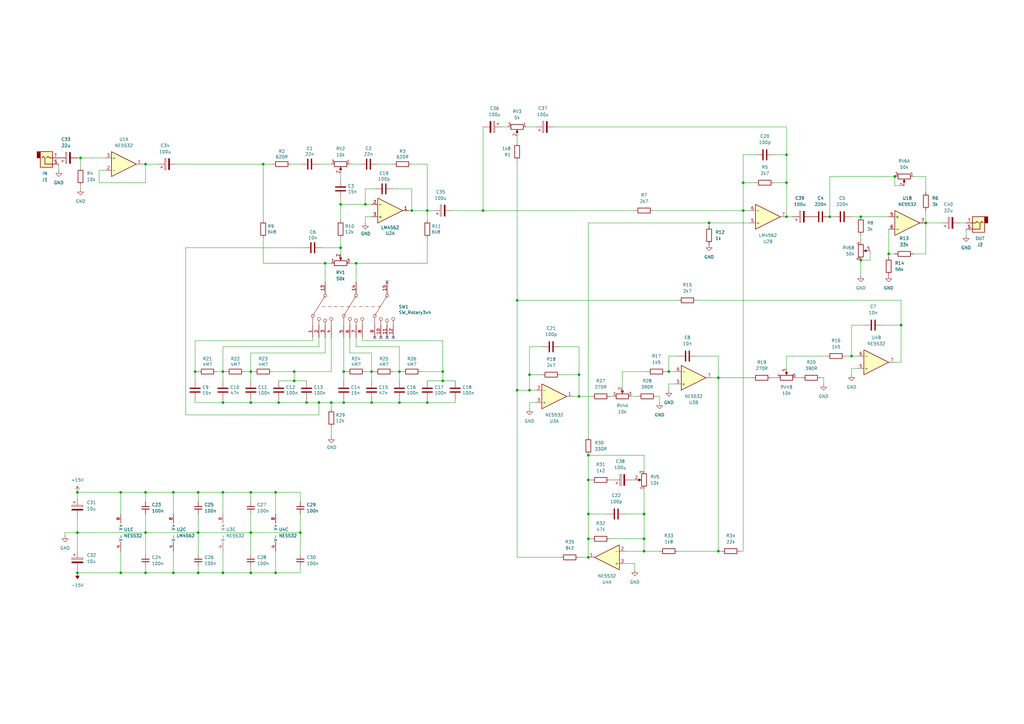
<source format=kicad_sch>
(kicad_sch (version 20230121) (generator eeschema)
  (paper "A3")
  (title_block (title "NYAN EQ") (date "2023-12-11") (rev "01") (company "Greybox Audio") (comment 2 "http://creativecommons.org/licenses/by-sa/4.0/") (comment 3 "To view a copy of this license, visit") (comment 4 "NYAN EQ © 2023 by Greybox Audio is licensed under CC BY-SA 4.0."))
  (junction (at 123.19 218.44))
  (junction (at 102.87 165.1))
  (junction (at 163.83 165.1))
  (junction (at 140.97 165.1))
  (junction (at 304.8 74.93))
  (junction (at 163.83 152.4))
  (junction (at 81.28 234.95))
  (junction (at 80.01 152.4))
  (junction (at 149.86 83.82))
  (junction (at 353.06 88.9))
  (junction (at 91.44 152.4))
  (junction (at 364.49 104.14))
  (junction (at 91.44 165.1))
  (junction (at 237.49 153.67))
  (junction (at 59.69 201.93))
  (junction (at 304.8 86.36))
  (junction (at 322.58 74.93))
  (junction (at 168.91 86.36))
  (junction (at 139.7 101.6))
  (junction (at 353.06 106.68))
  (junction (at 71.12 234.95))
  (junction (at 217.17 160.02))
  (junction (at 102.87 201.93))
  (junction (at 322.58 63.5))
  (junction (at 133.35 107.95))
  (junction (at 198.12 86.36))
  (junction (at 81.28 201.93))
  (junction (at 264.16 210.82))
  (junction (at 113.03 201.93))
  (junction (at 135.89 165.1))
  (junction (at 120.65 156.21))
  (junction (at 181.61 156.21))
  (junction (at 59.69 234.95))
  (junction (at 49.53 201.93))
  (junction (at 102.87 218.44))
  (junction (at 340.36 88.9))
  (junction (at 241.3 220.98))
  (junction (at 33.02 64.77))
  (junction (at 264.16 226.06))
  (junction (at 322.58 88.9))
  (junction (at 241.3 228.6))
  (junction (at 102.87 152.4))
  (junction (at 241.3 196.85))
  (junction (at 175.26 86.36))
  (junction (at 91.44 201.93))
  (junction (at 130.81 165.1))
  (junction (at 152.4 152.4))
  (junction (at 290.83 91.44))
  (junction (at 294.64 226.06))
  (junction (at 369.57 133.35))
  (junction (at 31.75 234.95))
  (junction (at 379.73 91.44))
  (junction (at 367.03 72.39))
  (junction (at 241.3 210.82))
  (junction (at 217.17 153.67))
  (junction (at 294.64 154.94))
  (junction (at 140.97 152.4))
  (junction (at 212.09 160.02))
  (junction (at 146.05 107.95))
  (junction (at 107.95 67.31))
  (junction (at 274.32 152.4))
  (junction (at 125.73 165.1))
  (junction (at 113.03 234.95))
  (junction (at 71.12 201.93))
  (junction (at 139.7 83.82))
  (junction (at 120.65 152.4))
  (junction (at 114.3 165.1))
  (junction (at 152.4 165.1))
  (junction (at 81.28 218.44))
  (junction (at 241.3 186.69))
  (junction (at 31.75 218.44))
  (junction (at 181.61 152.4))
  (junction (at 59.69 67.31))
  (junction (at 91.44 234.95))
  (junction (at 212.09 123.19))
  (junction (at 175.26 165.1))
  (junction (at 349.25 146.05))
  (junction (at 49.53 234.95))
  (junction (at 264.16 220.98))
  (junction (at 237.49 162.56))
  (junction (at 31.75 201.93))
  (junction (at 102.87 234.95))
  (junction (at 59.69 218.44))
  (no_connect (at 156.21 138.43))
  (no_connect (at 153.67 138.43))
  (no_connect (at 161.29 138.43))
  (no_connect (at 158.75 115.57))
  (no_connect (at 158.75 138.43))
  (wire (pts (xy 316.23 154.94) (xy 318.77 154.94)))
  (wire (pts (xy 130.81 165.1) (xy 135.89 165.1)))
  (wire (pts (xy 40.64 69.85) (xy 40.64 74.93)))
  (wire (pts (xy 396.24 93.98) (xy 396.24 96.52)))
  (wire (pts (xy 59.69 67.31) (xy 64.77 67.31)))
  (wire (pts (xy 91.44 152.4) (xy 92.71 152.4)))
  (wire (pts (xy 80.01 139.7) (xy 80.01 152.4)))
  (wire (pts (xy 33.02 64.77) (xy 33.02 68.58)))
  (wire (pts (xy 146.05 107.95) (xy 175.26 107.95)))
  (wire (pts (xy 198.12 52.07) (xy 198.12 86.36)))
  (wire (pts (xy 152.4 88.9) (xy 149.86 88.9)))
  (wire (pts (xy 133.35 138.43) (xy 133.35 144.78)))
  (wire (pts (xy 217.17 165.1) (xy 217.17 167.64)))
  (wire (pts (xy 163.83 142.24) (xy 146.05 142.24)))
  (wire (pts (xy 273.05 152.4) (xy 274.32 152.4)))
  (wire (pts (xy 59.69 67.31) (xy 58.42 67.31)))
  (wire (pts (xy 250.19 220.98) (xy 264.16 220.98)))
  (wire (pts (xy 241.3 220.98) (xy 241.3 228.6)))
  (wire (pts (xy 175.26 86.36) (xy 177.8 86.36)))
  (wire (pts (xy 264.16 200.66) (xy 264.16 210.82)))
  (wire (pts (xy 264.16 226.06) (xy 270.51 226.06)))
  (wire (pts (xy 128.27 138.43) (xy 128.27 139.7)))
  (wire (pts (xy 290.83 91.44) (xy 307.34 91.44)))
  (wire (pts (xy 322.58 63.5) (xy 317.5 63.5)))
  (wire (pts (xy 212.09 160.02) (xy 212.09 228.6)))
  (wire (pts (xy 80.01 156.21) (xy 80.01 152.4)))
  (wire (pts (xy 71.12 201.93) (xy 71.12 210.82)))
  (wire (pts (xy 31.75 218.44) (xy 31.75 226.06)))
  (wire (pts (xy 107.95 67.31) (xy 107.95 90.17)))
  (wire (pts (xy 31.75 218.44) (xy 59.69 218.44)))
  (wire (pts (xy 276.86 157.48) (xy 274.32 157.48)))
  (wire (pts (xy 140.97 152.4) (xy 140.97 138.43)))
  (wire (pts (xy 49.53 210.82) (xy 49.53 201.93)))
  (wire (pts (xy 267.97 86.36) (xy 304.8 86.36)))
  (wire (pts (xy 140.97 156.21) (xy 140.97 152.4)))
  (wire (pts (xy 130.81 67.31) (xy 135.89 67.31)))
  (wire (pts (xy 139.7 83.82) (xy 139.7 90.17)))
  (wire (pts (xy 26.67 218.44) (xy 31.75 218.44)))
  (wire (pts (xy 349.25 146.05) (xy 351.79 146.05)))
  (wire (pts (xy 198.12 86.36) (xy 260.35 86.36)))
  (wire (pts (xy 304.8 86.36) (xy 304.8 226.06)))
  (wire (pts (xy 217.17 153.67) (xy 217.17 160.02)))
  (wire (pts (xy 59.69 205.74) (xy 59.69 201.93)))
  (wire (pts (xy 139.7 101.6) (xy 139.7 104.14)))
  (wire (pts (xy 80.01 163.83) (xy 80.01 165.1)))
  (wire (pts (xy 242.57 196.85) (xy 241.3 196.85)))
  (wire (pts (xy 81.28 234.95) (xy 91.44 234.95)))
  (wire (pts (xy 81.28 218.44) (xy 81.28 227.33)))
  (wire (pts (xy 91.44 163.83) (xy 91.44 165.1)))
  (wire (pts (xy 256.54 210.82) (xy 264.16 210.82)))
  (wire (pts (xy 241.3 196.85) (xy 241.3 210.82)))
  (wire (pts (xy 59.69 232.41) (xy 59.69 234.95)))
  (wire (pts (xy 143.51 107.95) (xy 146.05 107.95)))
  (wire (pts (xy 237.49 162.56) (xy 234.95 162.56)))
  (wire (pts (xy 102.87 218.44) (xy 102.87 227.33)))
  (wire (pts (xy 237.49 153.67) (xy 237.49 162.56)))
  (wire (pts (xy 31.75 233.68) (xy 31.75 234.95)))
  (wire (pts (xy 217.17 153.67) (xy 222.25 153.67)))
  (wire (pts (xy 123.19 232.41) (xy 123.19 234.95)))
  (wire (pts (xy 139.7 97.79) (xy 139.7 101.6)))
  (wire (pts (xy 274.32 157.48) (xy 274.32 160.02)))
  (wire (pts (xy 107.95 97.79) (xy 107.95 107.95)))
  (wire (pts (xy 222.25 142.24) (xy 217.17 142.24)))
  (wire (pts (xy 379.73 86.36) (xy 379.73 91.44)))
  (wire (pts (xy 163.83 152.4) (xy 163.83 142.24)))
  (wire (pts (xy 107.95 107.95) (xy 133.35 107.95)))
  (wire (pts (xy 139.7 83.82) (xy 149.86 83.82)))
  (wire (pts (xy 102.87 232.41) (xy 102.87 234.95)))
  (wire (pts (xy 102.87 210.82) (xy 102.87 218.44)))
  (wire (pts (xy 135.89 167.64) (xy 135.89 165.1)))
  (wire (pts (xy 120.65 156.21) (xy 114.3 156.21)))
  (wire (pts (xy 76.2 101.6) (xy 124.46 101.6)))
  (wire (pts (xy 364.49 104.14) (xy 364.49 105.41)))
  (wire (pts (xy 128.27 139.7) (xy 80.01 139.7)))
  (wire (pts (xy 212.09 123.19) (xy 212.09 160.02)))
  (wire (pts (xy 152.4 152.4) (xy 153.67 152.4)))
  (wire (pts (xy 181.61 156.21) (xy 181.61 152.4)))
  (wire (pts (xy 113.03 234.95) (xy 123.19 234.95)))
  (wire (pts (xy 76.2 170.18) (xy 130.81 170.18)))
  (wire (pts (xy 212.09 160.02) (xy 217.17 160.02)))
  (wire (pts (xy 91.44 201.93) (xy 102.87 201.93)))
  (wire (pts (xy 120.65 156.21) (xy 120.65 152.4)))
  (wire (pts (xy 167.64 86.36) (xy 168.91 86.36)))
  (wire (pts (xy 278.13 226.06) (xy 294.64 226.06)))
  (wire (pts (xy 259.08 196.85) (xy 260.35 196.85)))
  (wire (pts (xy 361.95 133.35) (xy 369.57 133.35)))
  (wire (pts (xy 81.28 205.74) (xy 81.28 201.93)))
  (wire (pts (xy 135.89 165.1) (xy 140.97 165.1)))
  (wire (pts (xy 102.87 152.4) (xy 100.33 152.4)))
  (wire (pts (xy 336.55 154.94) (xy 337.82 154.94)))
  (wire (pts (xy 340.36 88.9) (xy 340.36 72.39)))
  (wire (pts (xy 71.12 201.93) (xy 81.28 201.93)))
  (wire (pts (xy 59.69 218.44) (xy 81.28 218.44)))
  (wire (pts (xy 114.3 163.83) (xy 114.3 165.1)))
  (wire (pts (xy 49.53 201.93) (xy 31.75 201.93)))
  (wire (pts (xy 326.39 154.94) (xy 328.93 154.94)))
  (wire (pts (xy 102.87 165.1) (xy 114.3 165.1)))
  (wire (pts (xy 364.49 104.14) (xy 367.03 104.14)))
  (wire (pts (xy 259.08 162.56) (xy 261.62 162.56)))
  (wire (pts (xy 133.35 115.57) (xy 133.35 107.95)))
  (wire (pts (xy 49.53 234.95) (xy 31.75 234.95)))
  (wire (pts (xy 337.82 154.94) (xy 337.82 157.48)))
  (wire (pts (xy 340.36 88.9) (xy 341.63 88.9)))
  (wire (pts (xy 369.57 133.35) (xy 369.57 148.59)))
  (wire (pts (xy 113.03 201.93) (xy 113.03 210.82)))
  (wire (pts (xy 123.19 218.44) (xy 123.19 227.33)))
  (wire (pts (xy 49.53 226.06) (xy 49.53 234.95)))
  (wire (pts (xy 353.06 96.52) (xy 353.06 99.06)))
  (wire (pts (xy 113.03 226.06) (xy 113.03 234.95)))
  (wire (pts (xy 278.13 123.19) (xy 212.09 123.19)))
  (wire (pts (xy 212.09 55.88) (xy 212.09 58.42)))
  (wire (pts (xy 346.71 146.05) (xy 349.25 146.05)))
  (wire (pts (xy 59.69 201.93) (xy 49.53 201.93)))
  (wire (pts (xy 102.87 201.93) (xy 113.03 201.93)))
  (wire (pts (xy 379.73 72.39) (xy 374.65 72.39)))
  (wire (pts (xy 264.16 226.06) (xy 256.54 226.06)))
  (wire (pts (xy 80.01 152.4) (xy 81.28 152.4)))
  (wire (pts (xy 186.69 165.1) (xy 186.69 163.83)))
  (wire (pts (xy 294.64 226.06) (xy 295.91 226.06)))
  (wire (pts (xy 72.39 67.31) (xy 107.95 67.31)))
  (wire (pts (xy 130.81 142.24) (xy 130.81 138.43)))
  (wire (pts (xy 81.28 232.41) (xy 81.28 234.95)))
  (wire (pts (xy 227.33 52.07) (xy 322.58 52.07)))
  (wire (pts (xy 250.19 196.85) (xy 251.46 196.85)))
  (wire (pts (xy 237.49 228.6) (xy 241.3 228.6)))
  (wire (pts (xy 256.54 231.14) (xy 260.35 231.14)))
  (wire (pts (xy 229.87 153.67) (xy 237.49 153.67)))
  (wire (pts (xy 149.86 88.9) (xy 149.86 91.44)))
  (wire (pts (xy 292.1 154.94) (xy 294.64 154.94)))
  (wire (pts (xy 76.2 170.18) (xy 76.2 101.6)))
  (wire (pts (xy 111.76 152.4) (xy 120.65 152.4)))
  (wire (pts (xy 340.36 72.39) (xy 367.03 72.39)))
  (wire (pts (xy 322.58 52.07) (xy 322.58 63.5)))
  (wire (pts (xy 237.49 142.24) (xy 237.49 153.67)))
  (wire (pts (xy 91.44 165.1) (xy 102.87 165.1)))
  (wire (pts (xy 149.86 83.82) (xy 149.86 77.47)))
  (wire (pts (xy 168.91 77.47) (xy 168.91 86.36)))
  (wire (pts (xy 139.7 81.28) (xy 139.7 83.82)))
  (wire (pts (xy 133.35 144.78) (xy 102.87 144.78)))
  (wire (pts (xy 26.67 218.44) (xy 26.67 219.71)))
  (wire (pts (xy 379.73 104.14) (xy 374.65 104.14)))
  (wire (pts (xy 148.59 139.7) (xy 181.61 139.7)))
  (wire (pts (xy 88.9 152.4) (xy 91.44 152.4)))
  (wire (pts (xy 168.91 86.36) (xy 175.26 86.36)))
  (wire (pts (xy 130.81 165.1) (xy 130.81 170.18)))
  (wire (pts (xy 181.61 156.21) (xy 175.26 156.21)))
  (wire (pts (xy 43.18 69.85) (xy 40.64 69.85)))
  (wire (pts (xy 140.97 165.1) (xy 152.4 165.1)))
  (wire (pts (xy 59.69 210.82) (xy 59.69 218.44)))
  (wire (pts (xy 290.83 92.71) (xy 290.83 91.44)))
  (wire (pts (xy 175.26 165.1) (xy 186.69 165.1)))
  (wire (pts (xy 369.57 123.19) (xy 369.57 133.35)))
  (wire (pts (xy 135.89 138.43) (xy 135.89 152.4)))
  (wire (pts (xy 353.06 106.68) (xy 353.06 113.03)))
  (wire (pts (xy 322.58 74.93) (xy 317.5 74.93)))
  (wire (pts (xy 250.19 162.56) (xy 251.46 162.56)))
  (wire (pts (xy 255.27 158.75) (xy 255.27 152.4)))
  (wire (pts (xy 349.25 151.13) (xy 349.25 153.67)))
  (wire (pts (xy 349.25 146.05) (xy 349.25 133.35)))
  (wire (pts (xy 152.4 156.21) (xy 152.4 152.4)))
  (wire (pts (xy 125.73 165.1) (xy 130.81 165.1)))
  (wire (pts (xy 217.17 160.02) (xy 219.71 160.02)))
  (wire (pts (xy 102.87 234.95) (xy 113.03 234.95)))
  (wire (pts (xy 294.64 154.94) (xy 308.61 154.94)))
  (wire (pts (xy 80.01 165.1) (xy 91.44 165.1)))
  (wire (pts (xy 370.84 76.2) (xy 367.03 76.2)))
  (wire (pts (xy 31.75 201.93) (xy 31.75 204.47)))
  (wire (pts (xy 33.02 76.2) (xy 33.02 77.47)))
  (wire (pts (xy 186.69 156.21) (xy 181.61 156.21)))
  (wire (pts (xy 309.88 74.93) (xy 304.8 74.93)))
  (wire (pts (xy 175.26 107.95) (xy 175.26 97.79)))
  (wire (pts (xy 304.8 74.93) (xy 304.8 86.36)))
  (wire (pts (xy 149.86 152.4) (xy 152.4 152.4)))
  (wire (pts (xy 143.51 67.31) (xy 147.32 67.31)))
  (wire (pts (xy 229.87 228.6) (xy 212.09 228.6)))
  (wire (pts (xy 168.91 67.31) (xy 175.26 67.31)))
  (wire (pts (xy 264.16 186.69) (xy 241.3 186.69)))
  (wire (pts (xy 102.87 163.83) (xy 102.87 165.1)))
  (wire (pts (xy 59.69 74.93) (xy 59.69 67.31)))
  (wire (pts (xy 255.27 152.4) (xy 265.43 152.4)))
  (wire (pts (xy 229.87 142.24) (xy 237.49 142.24)))
  (wire (pts (xy 356.87 106.68) (xy 356.87 102.87)))
  (wire (pts (xy 59.69 218.44) (xy 59.69 227.33)))
  (wire (pts (xy 242.57 220.98) (xy 241.3 220.98)))
  (wire (pts (xy 102.87 156.21) (xy 102.87 152.4)))
  (wire (pts (xy 270.51 162.56) (xy 270.51 165.1)))
  (wire (pts (xy 102.87 144.78) (xy 102.87 152.4)))
  (wire (pts (xy 139.7 101.6) (xy 132.08 101.6)))
  (wire (pts (xy 152.4 165.1) (xy 163.83 165.1)))
  (wire (pts (xy 274.32 152.4) (xy 274.32 146.05)))
  (wire (pts (xy 113.03 201.93) (xy 123.19 201.93)))
  (wire (pts (xy 31.75 64.77) (xy 33.02 64.77)))
  (wire (pts (xy 59.69 234.95) (xy 49.53 234.95)))
  (wire (pts (xy 125.73 156.21) (xy 120.65 156.21)))
  (wire (pts (xy 107.95 67.31) (xy 111.76 67.31)))
  (wire (pts (xy 393.7 91.44) (xy 396.24 91.44)))
  (wire (pts (xy 125.73 165.1) (xy 125.73 163.83)))
  (wire (pts (xy 349.25 133.35) (xy 354.33 133.35)))
  (wire (pts (xy 163.83 165.1) (xy 175.26 165.1)))
  (wire (pts (xy 217.17 142.24) (xy 217.17 153.67)))
  (wire (pts (xy 152.4 144.78) (xy 143.51 144.78)))
  (wire (pts (xy 322.58 74.93) (xy 322.58 63.5)))
  (wire (pts (xy 294.64 146.05) (xy 294.64 154.94)))
  (wire (pts (xy 148.59 138.43) (xy 148.59 139.7)))
  (wire (pts (xy 135.89 152.4) (xy 120.65 152.4)))
  (wire (pts (xy 285.75 123.19) (xy 369.57 123.19)))
  (wire (pts (xy 379.73 78.74) (xy 379.73 72.39)))
  (wire (pts (xy 269.24 162.56) (xy 270.51 162.56)))
  (wire (pts (xy 59.69 234.95) (xy 71.12 234.95)))
  (wire (pts (xy 24.13 67.31) (xy 24.13 69.85)))
  (wire (pts (xy 212.09 66.04) (xy 212.09 123.19)))
  (wire (pts (xy 165.1 152.4) (xy 163.83 152.4)))
  (wire (pts (xy 175.26 86.36) (xy 175.26 67.31)))
  (wire (pts (xy 364.49 93.98) (xy 364.49 104.14)))
  (wire (pts (xy 309.88 63.5) (xy 304.8 63.5)))
  (wire (pts (xy 31.75 212.09) (xy 31.75 218.44)))
  (wire (pts (xy 81.28 218.44) (xy 102.87 218.44)))
  (wire (pts (xy 91.44 156.21) (xy 91.44 152.4)))
  (wire (pts (xy 208.28 52.07) (xy 205.74 52.07)))
  (wire (pts (xy 379.73 91.44) (xy 386.08 91.44)))
  (wire (pts (xy 260.35 231.14) (xy 260.35 233.68)))
  (wire (pts (xy 322.58 88.9) (xy 325.12 88.9)))
  (wire (pts (xy 248.92 210.82) (xy 241.3 210.82)))
  (wire (pts (xy 353.06 88.9) (xy 364.49 88.9)))
  (wire (pts (xy 152.4 152.4) (xy 152.4 144.78)))
  (wire (pts (xy 353.06 106.68) (xy 356.87 106.68)))
  (wire (pts (xy 71.12 234.95) (xy 81.28 234.95)))
  (wire (pts (xy 91.44 152.4) (xy 91.44 142.24)))
  (wire (pts (xy 123.19 205.74) (xy 123.19 201.93)))
  (wire (pts (xy 285.75 146.05) (xy 294.64 146.05)))
  (wire (pts (xy 264.16 193.04) (xy 264.16 186.69)))
  (wire (pts (xy 146.05 142.24) (xy 146.05 138.43)))
  (wire (pts (xy 81.28 210.82) (xy 81.28 218.44)))
  (wire (pts (xy 33.02 64.77) (xy 43.18 64.77)))
  (wire (pts (xy 130.81 142.24) (xy 91.44 142.24)))
  (wire (pts (xy 40.64 74.93) (xy 59.69 74.93)))
  (wire (pts (xy 304.8 86.36) (xy 307.34 86.36)))
  (wire (pts (xy 91.44 201.93) (xy 91.44 210.82)))
  (wire (pts (xy 351.79 151.13) (xy 349.25 151.13)))
  (wire (pts (xy 81.28 201.93) (xy 91.44 201.93)))
  (wire (pts (xy 91.44 234.95) (xy 102.87 234.95)))
  (wire (pts (xy 294.64 154.94) (xy 294.64 226.06)))
  (wire (pts (xy 161.29 77.47) (xy 168.91 77.47)))
  (wire (pts (xy 264.16 210.82) (xy 264.16 220.98)))
  (wire (pts (xy 104.14 152.4) (xy 102.87 152.4)))
  (wire (pts (xy 163.83 152.4) (xy 161.29 152.4)))
  (wire (pts (xy 102.87 205.74) (xy 102.87 201.93)))
  (wire (pts (xy 71.12 226.06) (xy 71.12 234.95)))
  (wire (pts (xy 219.71 52.07) (xy 215.9 52.07)))
  (wire (pts (xy 152.4 163.83) (xy 152.4 165.1)))
  (wire (pts (xy 163.83 163.83) (xy 163.83 165.1)))
  (wire (pts (xy 143.51 144.78) (xy 143.51 138.43)))
  (wire (pts (xy 304.8 63.5) (xy 304.8 74.93)))
  (wire (pts (xy 154.94 67.31) (xy 161.29 67.31)))
  (wire (pts (xy 149.86 77.47) (xy 153.67 77.47)))
  (wire (pts (xy 181.61 152.4) (xy 181.61 139.7)))
  (wire (pts (xy 102.87 218.44) (xy 123.19 218.44)))
  (wire (pts (xy 172.72 152.4) (xy 181.61 152.4)))
  (wire (pts (xy 219.71 165.1) (xy 217.17 165.1)))
  (wire (pts (xy 304.8 226.06) (xy 303.53 226.06)))
  (wire (pts (xy 139.7 71.12) (xy 139.7 73.66)))
  (wire (pts (xy 369.57 148.59) (xy 367.03 148.59)))
  (wire (pts (xy 59.69 201.93) (xy 71.12 201.93)))
  (wire (pts (xy 140.97 152.4) (xy 142.24 152.4)))
  (wire (pts (xy 241.3 91.44) (xy 241.3 179.07)))
  (wire (pts (xy 123.19 210.82) (xy 123.19 218.44)))
  (wire (pts (xy 274.32 152.4) (xy 276.86 152.4)))
  (wire (pts (xy 241.3 186.69) (xy 241.3 196.85)))
  (wire (pts (xy 175.26 163.83) (xy 175.26 165.1)))
  (wire (pts (xy 339.09 146.05) (xy 322.58 146.05)))
  (wire (pts (xy 349.25 88.9) (xy 353.06 88.9)))
  (wire (pts (xy 241.3 91.44) (xy 290.83 91.44)))
  (wire (pts (xy 175.26 90.17) (xy 175.26 86.36)))
  (wire (pts (xy 241.3 210.82) (xy 241.3 220.98)))
  (wire (pts (xy 152.4 83.82) (xy 149.86 83.82)))
  (wire (pts (xy 114.3 165.1) (xy 125.73 165.1)))
  (wire (pts (xy 133.35 107.95) (xy 135.89 107.95)))
  (wire (pts (xy 163.83 156.21) (xy 163.83 152.4)))
  (wire (pts (xy 91.44 226.06) (xy 91.44 234.95)))
  (wire (pts (xy 140.97 163.83) (xy 140.97 165.1)))
  (wire (pts (xy 237.49 162.56) (xy 242.57 162.56)))
  (wire (pts (xy 379.73 91.44) (xy 379.73 104.14)))
  (wire (pts (xy 146.05 115.57) (xy 146.05 107.95)))
  (wire (pts (xy 322.58 74.93) (xy 322.58 88.9)))
  (wire (pts (xy 322.58 146.05) (xy 322.58 151.13)))
  (wire (pts (xy 367.03 76.2) (xy 367.03 72.39)))
  (wire (pts (xy 185.42 86.36) (xy 198.12 86.36)))
  (wire (pts (xy 123.19 67.31) (xy 119.38 67.31)))
  (wire (pts (xy 135.89 175.26) (xy 135.89 179.07)))
  (wire (pts (xy 274.32 146.05) (xy 278.13 146.05)))
  (wire (pts (xy 264.16 226.06) (xy 264.16 220.98)))
  (symbol (lib_id "Device:R") (at 246.38 220.98 90) (unit 1)
    (property "Reference" "R32" (at 246.38 214.63 90))
    (property "Value" "47k" (at 246.38 217.17 90))
    (property "Footprint" "Resistor_THT:R_Axial_DIN0207_L6.3mm_D2.5mm_P10.16mm_Horizontal" (effects hide))
  )
  (symbol (lib_id "Connector_Audio:AudioJack2") (at 401.32 91.44 180) (unit 1)
    (property "Reference" "J2" (at 401.955 100.33 0))
    (property "Value" "OUT" (at 401.955 97.79 0))
    (property "Footprint" "Connector_Audio:Jack_6.35mm_Neutrik_NMJ4HFD2_Horizontal" (effects hide))
  )
  (symbol (lib_id "Device:R_Potentiometer_Dual_Separate") (at 370.84 72.39 270) (unit 1)
    (property "Reference" "RV6" (at 370.84 66.04 90))
    (property "Value" "50k" (at 370.84 68.58 90))
    (property "Footprint" "Connector_PinHeader_2.54mm:PinHeader_2x03_P2.54mm_Horizontal" (effects hide))
  )
  (symbol (lib_id "Device:R") (at 96.52 152.4 90) (unit 1)
    (property "Reference" "R22" (at 96.52 147.1422 90))
    (property "Value" "4M7" (at 96.52 149.4536 90))
    (property "Footprint" "Resistor_THT:R_Axial_DIN0207_L6.3mm_D2.5mm_P10.16mm_Horizontal" (effects hide))
  )
  (symbol (lib_id "Device:R") (at 226.06 153.67 90) (unit 1)
    (property "Reference" "R18" (at 226.06 147.32 90))
    (property "Value" "2k7" (at 226.06 149.86 90))
    (property "Footprint" "Resistor_THT:R_Axial_DIN0207_L6.3mm_D2.5mm_P10.16mm_Horizontal" (effects hide))
  )
  (symbol (lib_id "Device:R_Potentiometer") (at 212.09 52.07 270) (unit 1)
    (property "Reference" "RV3" (at 212.09 45.72 90))
    (property "Value" "5k" (at 212.09 48.26 90))
    (property "Footprint" "Connector_PinHeader_2.54mm:PinHeader_1x03_P2.54mm_Horizontal" (effects hide))
  )
  (symbol (lib_id "Device:C") (at 80.01 160.02 0) (unit 1)
    (property "Reference" "C9" (at 82.931 158.8516 0) (effects (justify left)))
    (property "Value" "15n" (at 82.931 161.163 0) (effects (justify left)))
    (property "Footprint" "Capacitor_THT:C_Rect_L10.0mm_W3.0mm_P7.50mm_MKS4" (effects hide))
  )
  (symbol (lib_id "Device:C") (at 127 67.31 90) (unit 1)
    (property "Reference" "C1" (at 127 60.9092 90))
    (property "Value" "22n" (at 127 63.2206 90))
    (property "Footprint" "Capacitor_THT:C_Rect_L10.0mm_W3.0mm_P7.50mm_MKS4" (effects hide))
  )
  (symbol (lib_id "Amplifier_Operational:NE5532") (at 372.11 91.44 0) (unit 2)
    (property "Reference" "U1" (at 372.11 81.28 0))
    (property "Value" "NE5532" (at 372.11 83.82 0))
    (property "Footprint" "Package_DIP:DIP-8-16_W7.62mm" (effects hide))
    (property "Datasheet" "http://www.ti.com/lit/ds/symlink/ne5532.pdf" (effects hide))
  )
  (symbol (lib_id "Device:R") (at 265.43 162.56 90) (unit 1)
    (property "Reference" "R28" (at 265.43 156.21 90))
    (property "Value" "390R" (at 265.43 158.75 90))
    (property "Footprint" "Resistor_THT:R_Axial_DIN0207_L6.3mm_D2.5mm_P10.16mm_Horizontal" (effects hide))
  )
  (symbol (lib_id "power:GND") (at 217.17 167.64 0) (unit 1)
    (property "Reference" "#PWR010" (effects hide))
    (property "Value" "GND" (at 217.17 172.72 0))
  )
  (symbol (lib_id "power:GND") (at 24.13 69.85 0) (unit 1)
    (property "Reference" "#PWR016" (effects hide))
    (property "Value" "GND" (at 24.13 74.93 0))
  )
  (symbol (lib_id "Device:C_Small") (at 123.19 208.28 0) (unit 1)
    (property "Reference" "C29" (at 125.73 207.0163 0) (effects (justify left)))
    (property "Value" "100n" (at 125.73 209.5563 0) (effects (justify left)))
    (property "Footprint" "Capacitor_SMD:C_1206_3216Metric" (effects hide))
  )
  (symbol (lib_id "power:GND") (at 274.32 160.02 0) (unit 1)
    (property "Reference" "#PWR08" (effects hide))
    (property "Value" "GND" (at 274.32 165.1 0))
  )
  (symbol (lib_id "Device:C_Polarized") (at 31.75 208.28 0) (unit 1)
    (property "Reference" "C31" (at 35.56 206.121 0) (effects (justify left)))
    (property "Value" "10u" (at 35.56 208.661 0) (effects (justify left)))
    (property "Footprint" "Capacitor_THT:CP_Radial_D8.0mm_P3.50mm" (effects hide))
  )
  (symbol (lib_id "Device:R") (at 370.84 104.14 90) (unit 1)
    (property "Reference" "R13" (at 370.84 97.79 90))
    (property "Value" "33k" (at 370.84 100.33 90))
    (property "Footprint" "Resistor_THT:R_Axial_DIN0207_L6.3mm_D2.5mm_P10.16mm_Horizontal" (effects hide))
  )
  (symbol (lib_id "Device:R") (at 175.26 93.98 0) (unit 1)
    (property "Reference" "R11" (at 177.038 92.8116 0) (effects (justify left)))
    (property "Value" "6k8" (at 177.038 95.123 0) (effects (justify left)))
    (property "Footprint" "Resistor_THT:R_Axial_DIN0207_L6.3mm_D2.5mm_P10.16mm_Horizontal" (effects hide))
  )
  (symbol (lib_id "Device:R") (at 107.95 93.98 0) (unit 1)
    (property "Reference" "R9" (at 109.728 92.8116 0) (effects (justify left)))
    (property "Value" "6k8" (at 109.728 95.123 0) (effects (justify left)))
    (property "Footprint" "Resistor_THT:R_Axial_DIN0207_L6.3mm_D2.5mm_P10.16mm_Horizontal" (effects hide))
  )
  (symbol (lib_id "Device:C") (at 281.94 146.05 90) (unit 1)
    (property "Reference" "C8" (at 281.94 138.43 90))
    (property "Value" "10n" (at 281.94 140.97 90))
    (property "Footprint" "Capacitor_THT:C_Rect_L10.0mm_W3.0mm_P7.50mm_MKS4" (effects hide))
  )
  (symbol (lib_id "Device:C_Small") (at 81.28 229.87 0) (unit 1)
    (property "Reference" "C26" (at 83.82 228.6063 0) (effects (justify left)))
    (property "Value" "100n" (at 83.82 231.1463 0) (effects (justify left)))
    (property "Footprint" "Capacitor_SMD:C_1206_3216Metric" (effects hide))
  )
  (symbol (lib_id "Device:R_Potentiometer") (at 139.7 67.31 270) (unit 1)
    (property "Reference" "RV2" (at 139.7 60.96 90))
    (property "Value" "10k" (at 139.7 63.5 90))
    (property "Footprint" "Connector_PinHeader_2.54mm:PinHeader_1x03_P2.54mm_Horizontal" (effects hide))
  )
  (symbol (lib_id "Device:C") (at 186.69 160.02 0) (unit 1)
    (property "Reference" "C18" (at 189.611 158.8516 0) (effects (justify left)))
    (property "Value" "100n" (at 189.611 161.163 0) (effects (justify left)))
    (property "Footprint" "Capacitor_THT:C_Rect_L10.0mm_W3.0mm_P7.50mm_MKS4" (effects hide))
  )
  (symbol (lib_id "Device:R") (at 246.38 196.85 90) (unit 1)
    (property "Reference" "R31" (at 246.38 190.5 90))
    (property "Value" "1k2" (at 246.38 193.04 90))
    (property "Footprint" "Resistor_THT:R_Axial_DIN0207_L6.3mm_D2.5mm_P10.16mm_Horizontal" (effects hide))
  )
  (symbol (lib_id "power:GND") (at 290.83 100.33 0) (unit 1)
    (property "Reference" "#PWR03" (effects hide))
    (property "Value" "GND" (at 290.83 105.41 0))
  )
  (symbol (lib_id "Device:R_Potentiometer") (at 264.16 196.85 180) (unit 1)
    (property "Reference" "RV5" (at 266.7 195.58 0) (effects (justify right)))
    (property "Value" "10k" (at 266.7 198.12 0) (effects (justify right)))
    (property "Footprint" "Connector_PinHeader_2.54mm:PinHeader_1x03_P2.54mm_Horizontal" (effects hide))
  )
  (symbol (lib_id "Device:R_Potentiometer_Dual_Separate") (at 255.27 162.56 90) (unit 1)
    (property "Reference" "RV4" (at 255.27 166.37 90))
    (property "Value" "10k" (at 255.27 168.91 90))
    (property "Footprint" "Connector_PinHeader_2.54mm:PinHeader_2x03_P2.54mm_Horizontal" (effects hide))
  )
  (symbol (lib_id "power:GND") (at 149.86 91.44 0) (unit 1)
    (property "Reference" "#PWR02" (effects hide))
    (property "Value" "GND" (at 149.987 95.8342 0))
  )
  (symbol (lib_id "Device:R") (at 85.09 152.4 90) (unit 1)
    (property "Reference" "R21" (at 85.09 147.1422 90))
    (property "Value" "4M7" (at 85.09 149.4536 90))
    (property "Footprint" "Resistor_THT:R_Axial_DIN0207_L6.3mm_D2.5mm_P10.16mm_Horizontal" (effects hide))
  )
  (symbol (lib_id "Amplifier_Operational:LM4562") (at 73.66 218.44 0) (unit 3)
    (property "Reference" "U2" (at 72.39 217.17 0) (effects (justify left)))
    (property "Value" "LM4562" (at 72.39 219.71 0) (effects (justify left)))
    (property "Footprint" "Package_DIP:DIP-8-16_W7.62mm" (effects hide))
    (property "Datasheet" "http://www.ti.com/lit/ds/symlink/lm4562.pdf" (effects hide))
  )
  (symbol (lib_id "Device:R") (at 274.32 226.06 90) (unit 1)
    (property "Reference" "R33" (at 274.32 219.71 90))
    (property "Value" "1k8" (at 274.32 222.25 90))
    (property "Footprint" "Resistor_THT:R_Axial_DIN0207_L6.3mm_D2.5mm_P10.16mm_Horizontal" (effects hide))
  )
  (symbol (lib_id "Device:R") (at 353.06 92.71 0) (unit 1)
    (property "Reference" "R8" (at 355.6 91.44 0) (effects (justify left)))
    (property "Value" "3k" (at 355.6 93.98 0) (effects (justify left)))
    (property "Footprint" "Resistor_THT:R_Axial_DIN0207_L6.3mm_D2.5mm_P10.16mm_Horizontal" (effects hide))
  )
  (symbol (lib_id "power:GND") (at 33.02 77.47 0) (unit 1)
    (property "Reference" "#PWR01" (effects hide))
    (property "Value" "GND" (at 33.02 82.55 0))
  )
  (symbol (lib_id "power:GND") (at 364.49 113.03 0) (unit 1)
    (property "Reference" "#PWR05" (effects hide))
    (property "Value" "GND" (at 364.49 118.11 0))
  )
  (symbol (lib_id "Device:C_Polarized") (at 255.27 196.85 90) (unit 1)
    (property "Reference" "C38" (at 254.381 189.23 90))
    (property "Value" "100u" (at 254.381 191.77 90))
    (property "Footprint" "Capacitor_THT:CP_Radial_D8.0mm_P3.50mm" (effects hide))
  )
  (symbol (lib_id "Device:R") (at 33.02 72.39 0) (unit 1)
    (property "Reference" "R4" (at 35.56 71.12 0) (effects (justify left)))
    (property "Value" "10k" (at 35.56 73.66 0) (effects (justify left)))
    (property "Footprint" "Resistor_THT:R_Axial_DIN0207_L6.3mm_D2.5mm_P10.16mm_Horizontal" (effects hide))
  )
  (symbol (lib_id "Device:C") (at 313.69 63.5 90) (unit 1)
    (property "Reference" "C20" (at 313.69 55.88 90))
    (property "Value" "100p" (at 313.69 58.42 90))
    (property "Footprint" "Capacitor_SMD:C_0805_2012Metric" (effects hide))
  )
  (symbol (lib_id "Device:R") (at 264.16 86.36 90) (unit 1)
    (property "Reference" "R7" (at 264.16 80.01 90))
    (property "Value" "2k7" (at 264.16 82.55 90))
    (property "Footprint" "Resistor_THT:R_Axial_DIN0207_L6.3mm_D2.5mm_P10.16mm_Horizontal" (effects hide))
  )
  (symbol (lib_id "Device:R") (at 281.94 123.19 90) (unit 1)
    (property "Reference" "R15" (at 281.94 116.84 90))
    (property "Value" "2k7" (at 281.94 119.38 90))
    (property "Footprint" "Resistor_THT:R_Axial_DIN0207_L6.3mm_D2.5mm_P10.16mm_Horizontal" (effects hide))
  )
  (symbol (lib_id "power:GND") (at 349.25 153.67 0) (unit 1)
    (property "Reference" "#PWR06" (effects hide))
    (property "Value" "GND" (at 349.25 158.75 0))
  )
  (symbol (lib_id "Device:C_Polarized") (at 328.93 88.9 90) (unit 1)
    (property "Reference" "C39" (at 328.041 81.28 90))
    (property "Value" "100u" (at 328.041 83.82 90))
    (property "Footprint" "Capacitor_THT:CP_Radial_D8.0mm_P3.50mm" (effects hide))
  )
  (symbol (lib_id "Device:C_Polarized") (at 68.58 67.31 90) (unit 1)
    (property "Reference" "C34" (at 67.691 59.69 90))
    (property "Value" "100u" (at 67.691 62.23 90))
    (property "Footprint" "Capacitor_THT:CP_Radial_D8.0mm_P3.50mm" (effects hide))
  )
  (symbol (lib_id "Device:C") (at 336.55 88.9 90) (unit 1)
    (property "Reference" "C4" (at 336.55 81.28 90))
    (property "Value" "220n" (at 336.55 83.82 90))
    (property "Footprint" "Capacitor_THT:C_Rect_L10.0mm_W3.0mm_P7.50mm_MKS4" (effects hide))
  )
  (symbol (lib_id "Device:R") (at 246.38 162.56 90) (unit 1)
    (property "Reference" "R27" (at 246.38 156.21 90))
    (property "Value" "270R" (at 246.38 158.75 90))
    (property "Footprint" "Resistor_THT:R_Axial_DIN0207_L6.3mm_D2.5mm_P10.16mm_Horizontal" (effects hide))
  )
  (symbol (lib_id "Device:R") (at 313.69 74.93 90) (unit 1)
    (property "Reference" "R5" (at 313.69 68.58 90))
    (property "Value" "2k7" (at 313.69 71.12 90))
    (property "Footprint" "Resistor_THT:R_Axial_DIN0207_L6.3mm_D2.5mm_P10.16mm_Horizontal" (effects hide))
  )
  (symbol (lib_id "Device:C_Polarized") (at 389.89 91.44 90) (unit 1)
    (property "Reference" "C40" (at 389.001 83.82 90))
    (property "Value" "22u" (at 389.001 86.36 90))
    (property "Footprint" "Capacitor_THT:CP_Radial_D8.0mm_P3.50mm" (effects hide))
  )
  (symbol (lib_id "Device:R") (at 312.42 154.94 90) (unit 1)
    (property "Reference" "R19" (at 312.42 148.59 90))
    (property "Value" "270R" (at 312.42 151.13 90))
    (property "Footprint" "Resistor_THT:R_Axial_DIN0207_L6.3mm_D2.5mm_P10.16mm_Horizontal" (effects hide))
  )
  (symbol (lib_id "Device:C_Polarized") (at 31.75 229.87 0) (unit 1)
    (property "Reference" "C32" (at 35.56 227.711 0) (effects (justify left)))
    (property "Value" "10u" (at 35.56 230.251 0) (effects (justify left)))
    (property "Footprint" "Capacitor_THT:CP_Radial_D8.0mm_P3.50mm" (effects hide))
  )
  (symbol (lib_id "power:GND") (at 270.51 165.1 0) (unit 1)
    (property "Reference" "#PWR09" (effects hide))
    (property "Value" "GND" (at 270.51 170.18 0))
  )
  (symbol (lib_id "Device:C_Small") (at 102.87 208.28 0) (unit 1)
    (property "Reference" "C27" (at 105.41 207.0163 0) (effects (justify left)))
    (property "Value" "100n" (at 105.41 209.5563 0) (effects (justify left)))
    (property "Footprint" "Capacitor_SMD:C_1206_3216Metric" (effects hide))
  )
  (symbol (lib_id "Device:C_Small") (at 102.87 229.87 0) (unit 1)
    (property "Reference" "C28" (at 105.41 228.6063 0) (effects (justify left)))
    (property "Value" "100n" (at 105.41 231.1463 0) (effects (justify left)))
    (property "Footprint" "Capacitor_SMD:C_1206_3216Metric" (effects hide))
  )
  (symbol (lib_id "Device:C") (at 345.44 88.9 90) (unit 1)
    (property "Reference" "C5" (at 345.44 81.28 90))
    (property "Value" "220n" (at 345.44 83.82 90))
    (property "Footprint" "Capacitor_THT:C_Rect_L10.0mm_W3.0mm_P7.50mm_MKS4" (effects hide))
  )
  (symbol (lib_id "power:-15V") (at 31.75 234.95 180) (unit 1)
    (property "Reference" "#PWR015" (effects hide))
    (property "Value" "-15V" (at 31.75 240.03 0))
  )
  (symbol (lib_id "Amplifier_Operational:NE5532") (at 227.33 162.56 0) (mirror x) (unit 1)
    (property "Reference" "U3" (at 227.33 172.72 0))
    (property "Value" "NE5532" (at 227.33 170.18 0))
    (property "Footprint" "Package_DIP:DIP-8-16_W7.62mm" (effects hide))
    (property "Datasheet" "http://www.ti.com/lit/ds/symlink/ne5532.pdf" (effects hide))
  )
  (symbol (lib_id "Amplifier_Operational:NE5532") (at 93.98 218.44 0) (unit 3)
    (property "Reference" "U3" (at 92.71 217.17 0) (effects (justify left)))
    (property "Value" "NE5532" (at 92.71 219.71 0) (effects (justify left)))
    (property "Footprint" "Package_DIP:DIP-8-16_W7.62mm" (effects hide))
    (property "Datasheet" "http://www.ti.com/lit/ds/symlink/ne5532.pdf" (effects hide))
  )
  (symbol (lib_id "Device:R") (at 290.83 96.52 180) (unit 1)
    (property "Reference" "R12" (at 293.37 95.25 0) (effects (justify right)))
    (property "Value" "1k" (at 293.37 97.79 0) (effects (justify right)))
    (property "Footprint" "Resistor_THT:R_Axial_DIN0207_L6.3mm_D2.5mm_P10.16mm_Horizontal" (effects hide))
  )
  (symbol (lib_id "Device:C_Small") (at 59.69 208.28 0) (unit 1)
    (property "Reference" "C23" (at 62.23 207.0163 0) (effects (justify left)))
    (property "Value" "100n" (at 62.23 209.5563 0) (effects (justify left)))
    (property "Footprint" "Capacitor_SMD:C_1206_3216Metric" (effects hide))
  )
  (symbol (lib_id "Device:R") (at 379.73 82.55 0) (unit 1)
    (property "Reference" "R6" (at 382.27 81.28 0) (effects (justify left)))
    (property "Value" "3k" (at 382.27 83.82 0) (effects (justify left)))
    (property "Footprint" "Resistor_THT:R_Axial_DIN0207_L6.3mm_D2.5mm_P10.16mm_Horizontal" (effects hide))
  )
  (symbol (lib_id "Device:R") (at 364.49 109.22 0) (unit 1)
    (property "Reference" "R14" (at 367.03 107.95 0) (effects (justify left)))
    (property "Value" "56k" (at 367.03 110.49 0) (effects (justify left)))
    (property "Footprint" "Resistor_THT:R_Axial_DIN0207_L6.3mm_D2.5mm_P10.16mm_Horizontal" (effects hide))
  )
  (symbol (lib_id "Device:R") (at 233.68 228.6 90) (unit 1)
    (property "Reference" "R35" (at 233.68 222.25 90))
    (property "Value" "8k2" (at 233.68 224.79 90))
    (property "Footprint" "Resistor_THT:R_Axial_DIN0207_L6.3mm_D2.5mm_P10.16mm_Horizontal" (effects hide))
  )
  (symbol (lib_id "power:GND") (at 135.89 179.07 0) (unit 1)
    (property "Reference" "#PWR011" (effects hide))
    (property "Value" "GND" (at 136.017 183.4642 0))
  )
  (symbol (lib_id "power:GND") (at 337.82 157.48 0) (unit 1)
    (property "Reference" "#PWR07" (effects hide))
    (property "Value" "GND" (at 337.82 162.56 0))
  )
  (symbol (lib_id "Device:R") (at 299.72 226.06 90) (unit 1)
    (property "Reference" "R34" (at 299.72 219.71 90))
    (property "Value" "22k" (at 299.72 222.25 90))
    (property "Footprint" "Resistor_THT:R_Axial_DIN0207_L6.3mm_D2.5mm_P10.16mm_Horizontal" (effects hide))
  )
  (symbol (lib_id "Device:R") (at 168.91 152.4 90) (unit 1)
    (property "Reference" "R26" (at 168.91 147.1422 90))
    (property "Value" "4M7" (at 168.91 149.4536 90))
    (property "Footprint" "Resistor_THT:R_Axial_DIN0207_L6.3mm_D2.5mm_P10.16mm_Horizontal" (effects hide))
  )
  (symbol (lib_id "Device:C") (at 226.06 142.24 90) (unit 1)
    (property "Reference" "C21" (at 226.06 134.62 90))
    (property "Value" "100p" (at 226.06 137.16 90))
    (property "Footprint" "Capacitor_SMD:C_0805_2012Metric" (effects hide))
  )
  (symbol (lib_id "Device:R") (at 269.24 152.4 90) (unit 1)
    (property "Reference" "R17" (at 269.24 146.05 90))
    (property "Value" "1k5" (at 269.24 148.59 90))
    (property "Footprint" "Resistor_THT:R_Axial_DIN0207_L6.3mm_D2.5mm_P10.16mm_Horizontal" (effects hide))
  )
  (symbol (lib_id "Device:R") (at 212.09 62.23 0) (unit 1)
    (property "Reference" "R1" (at 209.55 63.5 0) (effects (justify right)))
    (property "Value" "1k8" (at 209.55 60.96 0) (effects (justify right)))
    (property "Footprint" "Resistor_THT:R_Axial_DIN0207_L6.3mm_D2.5mm_P10.16mm_Horizontal" (effects hide))
  )
  (symbol (lib_id "Amplifier_Operational:LM4562") (at 160.02 86.36 0) (mirror x) (unit 1)
    (property "Reference" "U2" (at 160.02 95.6818 0))
    (property "Value" "LM4562" (at 160.02 93.3704 0))
    (property "Footprint" "Package_DIP:DIP-8-16_W7.62mm" (effects hide))
    (property "Datasheet" "http://www.ti.com/lit/ds/symlink/lm4562.pdf" (effects hide))
  )
  (symbol (lib_id "Device:R_Potentiometer_Dual_Separate") (at 322.58 154.94 90) (unit 2)
    (property "Reference" "RV4" (at 322.58 158.75 90))
    (property "Value" "10k" (at 322.58 161.29 90))
    (property "Footprint" "Connector_PinHeader_2.54mm:PinHeader_2x03_P2.54mm_Horizontal" (effects hide))
  )
  (symbol (lib_id "Device:R") (at 241.3 182.88 180) (unit 1)
    (property "Reference" "R30" (at 243.84 181.61 0) (effects (justify right)))
    (property "Value" "330R" (at 243.84 184.15 0) (effects (justify right)))
    (property "Footprint" "Resistor_THT:R_Axial_DIN0207_L6.3mm_D2.5mm_P10.16mm_Horizontal" (effects hide))
  )
  (symbol (lib_id "Device:C_Polarized") (at 223.52 52.07 90) (unit 1)
    (property "Reference" "C37" (at 222.631 44.45 90))
    (property "Value" "100u" (at 222.631 46.99 90))
    (property "Footprint" "Capacitor_THT:CP_Radial_D8.0mm_P3.50mm" (effects hide))
  )
  (symbol (lib_id "Device:R") (at 115.57 67.31 90) (unit 1)
    (property "Reference" "R2" (at 115.57 62.0522 90))
    (property "Value" "620R" (at 115.57 64.3636 90))
    (property "Footprint" "Resistor_THT:R_Axial_DIN0207_L6.3mm_D2.5mm_P10.16mm_Horizontal" (effects hide))
  )
  (symbol (lib_id "Device:R_Potentiometer_Dual_Separate") (at 353.06 102.87 0) (unit 2)
    (property "Reference" "RV6" (at 350.52 101.6 0) (effects (justify right)))
    (property "Value" "50k" (at 350.52 104.14 0) (effects (justify right)))
    (property "Footprint" "Connector_PinHeader_2.54mm:PinHeader_2x03_P2.54mm_Horizontal" (effects hide))
  )
  (symbol (lib_id "Device:C") (at 128.27 101.6 270) (unit 1)
    (property "Reference" "C6" (at 128.27 95.1992 90))
    (property "Value" "10n" (at 128.27 97.5106 90))
    (property "Footprint" "Capacitor_THT:C_Rect_L10.0mm_W3.0mm_P7.50mm_MKS4" (effects hide))
  )
  (symbol (lib_id "Device:C") (at 252.73 210.82 90) (unit 1)
    (property "Reference" "C22" (at 252.73 203.2 90))
    (property "Value" "100p" (at 252.73 205.74 90))
    (property "Footprint" "Capacitor_SMD:C_0805_2012Metric" (effects hide))
  )
  (symbol (lib_id "Device:C") (at 114.3 160.02 0) (unit 1)
    (property "Reference" "C12" (at 117.221 158.8516 0) (effects (justify left)))
    (property "Value" "100n" (at 117.221 161.163 0) (effects (justify left)))
    (property "Footprint" "Capacitor_THT:C_Rect_L10.0mm_W3.0mm_P7.50mm_MKS4" (effects hide))
  )
  (symbol (lib_id "Device:C") (at 102.87 160.02 0) (unit 1)
    (property "Reference" "C11" (at 105.791 158.8516 0) (effects (justify left)))
    (property "Value" "100n" (at 105.791 161.163 0) (effects (justify left)))
    (property "Footprint" "Capacitor_THT:C_Rect_L10.0mm_W3.0mm_P7.50mm_MKS4" (effects hide))
  )
  (symbol (lib_id "power:+15V") (at 31.75 201.93 0) (unit 1)
    (property "Reference" "#PWR012" (effects hide))
    (property "Value" "+15V" (at 31.75 196.85 0))
  )
  (symbol (lib_id "Device:R") (at 157.48 152.4 90) (unit 1)
    (property "Reference" "R25" (at 157.48 147.1422 90))
    (property "Value" "4M7" (at 157.48 149.4536 90))
    (property "Footprint" "Resistor_THT:R_Axial_DIN0207_L6.3mm_D2.5mm_P10.16mm_Horizontal" (effects hide))
  )
  (symbol (lib_id "Amplifier_Operational:NE5532") (at 115.57 218.44 0) (unit 3)
    (property "Reference" "U4" (at 114.3 217.17 0) (effects (justify left)))
    (property "Value" "NE5532" (at 114.3 219.71 0) (effects (justify left)))
    (property "Footprint" "Package_DIP:DIP-8-16_W7.62mm" (effects hide))
    (property "Datasheet" "http://www.ti.com/lit/ds/symlink/ne5532.pdf" (effects hide))
  )
  (symbol (lib_id "Device:R") (at 139.7 93.98 0) (unit 1)
    (property "Reference" "R10" (at 141.478 92.8116 0) (effects (justify left)))
    (property "Value" "12k" (at 141.478 95.123 0) (effects (justify left)))
    (property "Footprint" "Resistor_THT:R_Axial_DIN0207_L6.3mm_D2.5mm_P10.16mm_Horizontal" (effects hide))
  )
  (symbol (lib_id "Amplifier_Operational:NE5532") (at 284.48 154.94 0) (mirror x) (unit 2)
    (property "Reference" "U3" (at 284.48 165.1 0))
    (property "Value" "NE5532" (at 284.48 162.56 0))
    (property "Footprint" "Package_DIP:DIP-8-16_W7.62mm" (effects hide))
    (property "Datasheet" "http://www.ti.com/lit/ds/symlink/ne5532.pdf" (effects hide))
  )
  (symbol (lib_id "Amplifier_Operational:NE5532") (at 359.41 148.59 0) (mirror x) (unit 2)
    (property "Reference" "U4" (at 359.41 138.43 0))
    (property "Value" "NE5532" (at 359.41 140.97 0))
    (property "Footprint" "Package_DIP:DIP-8-16_W7.62mm" (effects hide))
    (property "Datasheet" "http://www.ti.com/lit/ds/symlink/ne5532.pdf" (effects hide))
  )
  (symbol (lib_id "Device:C_Polarized") (at 181.61 86.36 90) (unit 1)
    (property "Reference" "C35" (at 180.721 78.74 90))
    (property "Value" "100u" (at 180.721 81.28 90))
    (property "Footprint" "Capacitor_THT:CP_Radial_D8.0mm_P3.50mm" (effects hide))
  )
  (symbol (lib_id "Connector_Audio:AudioJack2") (at 19.05 64.77 0) (mirror x) (unit 1)
    (property "Reference" "J1" (at 18.415 73.66 0))
    (property "Value" "IN" (at 18.415 71.12 0))
    (property "Footprint" "Connector_Audio:Jack_6.35mm_Neutrik_NMJ4HFD2_Horizontal" (effects hide))
  )
  (symbol (lib_id "Device:C") (at 157.48 77.47 90) (unit 1)
    (property "Reference" "C19" (at 157.48 71.0692 90))
    (property "Value" "100p" (at 157.48 73.3806 90))
    (property "Footprint" "Capacitor_SMD:C_0805_2012Metric" (effects hide))
  )
  (symbol (lib_id "Device:C_Small") (at 59.69 229.87 0) (unit 1)
    (property "Reference" "C24" (at 62.23 228.6063 0) (effects (justify left)))
    (property "Value" "100n" (at 62.23 231.1463 0) (effects (justify left)))
    (property "Footprint" "Capacitor_SMD:C_1206_3216Metric" (effects hide))
  )
  (symbol (lib_id "Amplifier_Operational:NE5532") (at 52.07 218.44 0) (unit 3)
    (property "Reference" "U1" (at 50.8 217.17 0) (effects (justify left)))
    (property "Value" "NE5532" (at 50.8 219.71 0) (effects (justify left)))
    (property "Footprint" "Package_DIP:DIP-8-16_W7.62mm" (effects hide))
    (property "Datasheet" "http://www.ti.com/lit/ds/symlink/ne5532.pdf" (effects hide))
  )
  (symbol (lib_id "Device:R") (at 135.89 171.45 180) (unit 1)
    (property "Reference" "R29" (at 137.668 170.2816 0) (effects (justify right)))
    (property "Value" "12k" (at 137.668 172.593 0) (effects (justify right)))
    (property "Footprint" "Resistor_THT:R_Axial_DIN0207_L6.3mm_D2.5mm_P10.16mm_Horizontal" (effects hide))
  )
  (symbol (lib_id "Amplifier_Operational:NE5532") (at 248.92 228.6 180) (unit 1)
    (property "Reference" "U4" (at 248.92 238.76 0))
    (property "Value" "NE5532" (at 248.92 236.22 0))
    (property "Footprint" "Package_DIP:DIP-8-16_W7.62mm" (effects hide))
    (property "Datasheet" "http://www.ti.com/lit/ds/symlink/ne5532.pdf" (effects hide))
  )
  (symbol (lib_id "Device:C") (at 140.97 160.02 0) (unit 1)
    (property "Reference" "C14" (at 143.891 158.8516 0) (effects (justify left)))
    (property "Value" "15n" (at 143.891 161.163 0) (effects (justify left)))
    (property "Footprint" "Capacitor_THT:C_Rect_L10.0mm_W3.0mm_P7.50mm_MKS4" (effects hide))
  )
  (symbol (lib_id "power:GND") (at 26.67 219.71 0) (unit 1)
    (property "Reference" "#PWR013" (effects hide))
    (property "Value" "GND" (at 26.67 224.79 0))
  )
  (symbol (lib_id "Device:R_Potentiometer") (at 139.7 107.95 90) (unit 1)
    (property "Reference" "RV1" (at 139.7 111.76 90))
    (property "Value" "50k" (at 139.7 114.3 90))
    (property "Footprint" "Connector_PinHeader_2.54mm:PinHeader_1x03_P2.54mm_Horizontal" (effects hide))
  )
  (symbol (lib_id "Device:R") (at 107.95 152.4 90) (unit 1)
    (property "Reference" "R23" (at 107.95 147.1422 90))
    (property "Value" "4M7" (at 107.95 149.4536 90))
    (property "Footprint" "Resistor_THT:R_Axial_DIN0207_L6.3mm_D2.5mm_P10.16mm_Horizontal" (effects hide))
  )
  (symbol (lib_id "Device:C") (at 152.4 160.02 0) (unit 1)
    (property "Reference" "C15" (at 155.321 158.8516 0) (effects (justify left)))
    (property "Value" "47n" (at 155.321 161.163 0) (effects (justify left)))
    (property "Footprint" "Capacitor_THT:C_Rect_L10.0mm_W3.0mm_P7.50mm_MKS4" (effects hide))
  )
  (symbol (lib_id "Amplifier_Operational:LM4562") (at 314.96 88.9 0) (mirror x) (unit 2)
    (property "Reference" "U2" (at 314.96 99.06 0))
    (property "Value" "LM4562" (at 314.96 96.52 0))
    (property "Footprint" "Package_DIP:DIP-8-16_W7.62mm" (effects hide))
    (property "Datasheet" "http://www.ti.com/lit/ds/symlink/lm4562.pdf" (effects hide))
  )
  (symbol (lib_id "Device:R") (at 332.74 154.94 90) (unit 1)
    (property "Reference" "R20" (at 332.74 148.59 90))
    (property "Value" "390R" (at 332.74 151.13 90))
    (property "Footprint" "Resistor_THT:R_Axial_DIN0207_L6.3mm_D2.5mm_P10.16mm_Horizontal" (effects hide))
  )
  (symbol (lib_id "power:GND") (at 260.35 233.68 0) (unit 1)
    (property "Reference" "#PWR014" (effects hide))
    (property "Value" "GND" (at 260.35 238.76 0))
  )
  (symbol (lib_id "Device:C_Small") (at 81.28 208.28 0) (unit 1)
    (property "Reference" "C25" (at 83.82 207.0163 0) (effects (justify left)))
    (property "Value" "100n" (at 83.82 209.5563 0) (effects (justify left)))
    (property "Footprint" "Capacitor_SMD:C_1206_3216Metric" (effects hide))
  )
  (symbol (lib_id "Device:C") (at 151.13 67.31 90) (unit 1)
    (property "Reference" "C2" (at 151.13 60.9092 90))
    (property "Value" "22n" (at 151.13 63.2206 90))
    (property "Footprint" "Capacitor_THT:C_Rect_L10.0mm_W3.0mm_P7.50mm_MKS4" (effects hide))
  )
  (symbol (lib_id "Device:C") (at 358.14 133.35 90) (unit 1)
    (property "Reference" "C7" (at 358.14 125.73 90))
    (property "Value" "10n" (at 358.14 128.27 90))
    (property "Footprint" "Capacitor_THT:C_Rect_L10.0mm_W3.0mm_P7.50mm_MKS4" (effects hide))
  )
  (symbol (lib_id "Amplifier_Operational:NE5532") (at 50.8 67.31 0) (unit 1)
    (property "Reference" "U1" (at 50.8 57.15 0))
    (property "Value" "NE5532" (at 50.8 59.69 0))
    (property "Footprint" "Package_DIP:DIP-8-16_W7.62mm" (effects hide))
    (property "Datasheet" "http://www.ti.com/lit/ds/symlink/ne5532.pdf" (effects hide))
  )
  (symbol (lib_id "Device:C") (at 163.83 160.02 0) (unit 1)
    (property "Reference" "C16" (at 166.751 158.8516 0) (effects (justify left)))
    (property "Value" "100n" (at 166.751 161.163 0) (effects (justify left)))
    (property "Footprint" "Capacitor_THT:C_Rect_L10.0mm_W3.0mm_P7.50mm_MKS4" (effects hide))
  )
  (symbol (lib_id "Switch:SW_Rotary3x4") (at 146.05 125.73 90) (mirror x) (unit 1)
    (property "Reference" "SW1" (at 163.5252 125.8316 90) (effects (justify right)))
    (property "Value" "SW_Rotary3x4" (at 163.5252 128.143 90) (effects (justify right)))
    (property "Footprint" "Connector_PinHeader_2.54mm:PinHeader_2x05_P2.54mm_Horizontal" (effects hide))
    (property "Datasheet" "http://cdn-reichelt.de/documents/datenblatt/C200/DS-Serie%23LOR.pdf" (effects hide))
  )
  (symbol (lib_id "power:GND") (at 353.06 113.03 0) (unit 1)
    (property "Reference" "#PWR04" (effects hide))
    (property "Value" "GND" (at 353.06 118.11 0))
  )
  (symbol (lib_id "Device:C_Small") (at 123.19 229.87 0) (unit 1)
    (property "Reference" "C30" (at 125.73 228.6063 0) (effects (justify left)))
    (property "Value" "100n" (at 125.73 231.1463 0) (effects (justify left)))
    (property "Footprint" "Capacitor_SMD:C_1206_3216Metric" (effects hide))
  )
  (symbol (lib_id "Device:C_Polarized") (at 27.94 64.77 90) (unit 1)
    (property "Reference" "C33" (at 27.051 57.15 90))
    (property "Value" "22u" (at 27.051 59.69 90))
    (property "Footprint" "Capacitor_THT:CP_Radial_D8.0mm_P3.50mm" (effects hide))
  )
  (symbol (lib_id "Device:C_Polarized") (at 201.93 52.07 270) (unit 1)
    (property "Reference" "C36" (at 202.819 44.45 90))
    (property "Value" "100u" (at 202.819 46.99 90))
    (property "Footprint" "Capacitor_THT:CP_Radial_D8.0mm_P3.50mm" (effects hide))
  )
  (symbol (lib_id "Device:C") (at 139.7 77.47 0) (unit 1)
    (property "Reference" "C3" (at 142.621 76.3016 0) (effects (justify left)))
    (property "Value" "15n" (at 142.621 78.613 0) (effects (justify left)))
    (property "Footprint" "Capacitor_THT:C_Rect_L10.0mm_W3.0mm_P7.50mm_MKS4" (effects hide))
  )
  (symbol (lib_id "Device:C") (at 91.44 160.02 0) (unit 1)
    (property "Reference" "C10" (at 94.361 158.8516 0) (effects (justify left)))
    (property "Value" "47n" (at 94.361 161.163 0) (effects (justify left)))
    (property "Footprint" "Capacitor_THT:C_Rect_L10.0mm_W3.0mm_P7.50mm_MKS4" (effects hide))
  )
  (symbol (lib_id "Device:R") (at 146.05 152.4 90) (unit 1)
    (property "Reference" "R24" (at 146.05 147.1422 90))
    (property "Value" "4M7" (at 146.05 149.4536 90))
    (property "Footprint" "Resistor_THT:R_Axial_DIN0207_L6.3mm_D2.5mm_P10.16mm_Horizontal" (effects hide))
  )
  (symbol (lib_id "power:GND") (at 396.24 96.52 0) (unit 1)
    (property "Reference" "#PWR017" (effects hide))
    (property "Value" "GND" (at 396.24 101.6 0))
  )
  (symbol (lib_id "Device:R") (at 165.1 67.31 90) (unit 1)
    (property "Reference" "R3" (at 165.1 62.0522 90))
    (property "Value" "620R" (at 165.1 64.3636 90))
    (property "Footprint" "Resistor_THT:R_Axial_DIN0207_L6.3mm_D2.5mm_P10.16mm_Horizontal" (effects hide))
  )
  (symbol (lib_id "Device:C") (at 125.73 160.02 0) (unit 1)
    (property "Reference" "C13" (at 128.651 158.8516 0) (effects (justify left)))
    (property "Value" "100n" (at 128.651 161.163 0) (effects (justify left)))
    (property "Footprint" "Capacitor_THT:C_Rect_L10.0mm_W3.0mm_P7.50mm_MKS4" (effects hide))
  )
  (symbol (lib_id "Device:C") (at 175.26 160.02 0) (unit 1)
    (property "Reference" "C17" (at 178.181 158.8516 0) (effects (justify left)))
    (property "Value" "100n" (at 178.181 161.163 0) (effects (justify left)))
    (property "Footprint" "Capacitor_THT:C_Rect_L10.0mm_W3.0mm_P7.50mm_MKS4" (effects hide))
  )
  (symbol (lib_id "Device:R") (at 342.9 146.05 90) (unit 1)
    (property "Reference" "R16" (at 342.9 139.7 90))
    (property "Value" "1k5" (at 342.9 142.24 90))
    (property "Footprint" "Resistor_THT:R_Axial_DIN0207_L6.3mm_D2.5mm_P10.16mm_Horizontal" (effects hide))
  )
)
</source>
